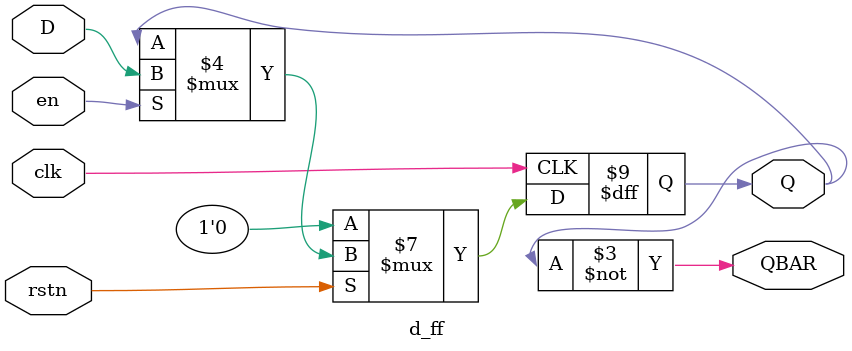
<source format=v>
`timescale 1ns / 1ps


module d_ff(
    Q, QBAR, D, en, clk, rstn
    );
    output Q, QBAR;
    input D, en, clk, rstn;
    reg Q;
    always @(posedge clk)
        if(!rstn) Q <= 1'b0;
        else if(en) Q <= D;
        
    assign QBAR = ~Q;
endmodule

</source>
